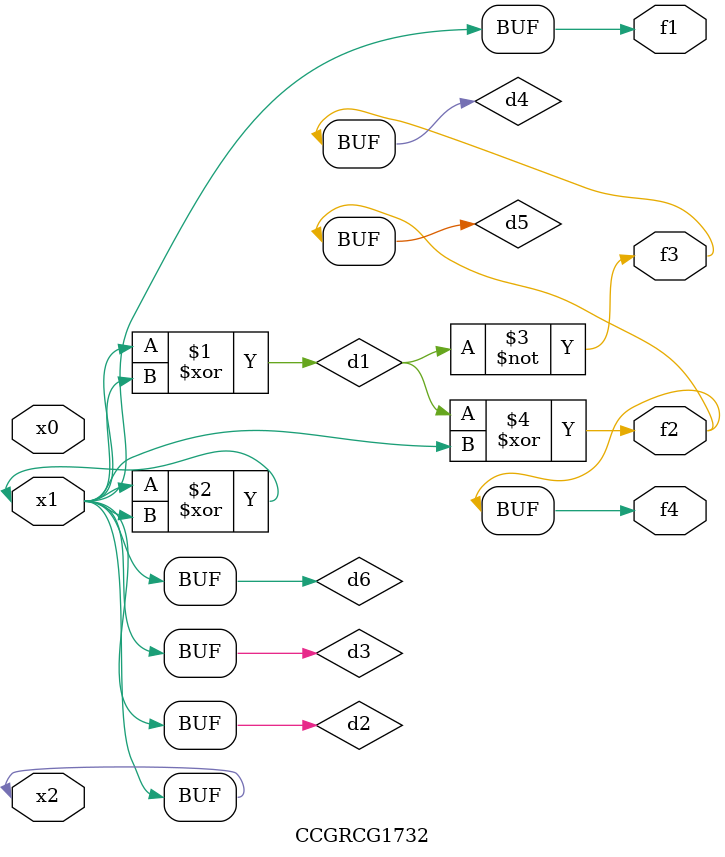
<source format=v>
module CCGRCG1732(
	input x0, x1, x2,
	output f1, f2, f3, f4
);

	wire d1, d2, d3, d4, d5, d6;

	xor (d1, x1, x2);
	buf (d2, x1, x2);
	xor (d3, x1, x2);
	nor (d4, d1);
	xor (d5, d1, d2);
	buf (d6, d2, d3);
	assign f1 = d6;
	assign f2 = d5;
	assign f3 = d4;
	assign f4 = d5;
endmodule

</source>
